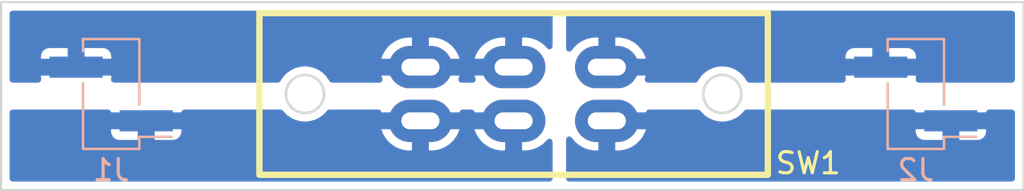
<source format=kicad_pcb>
(kicad_pcb (version 20210126) (generator pcbnew)
  (layers (0 "F.Cu" signal) (31 "B.Cu" signal) (34 "B.Paste" user) (35 "F.Paste" user) (36 "B.SilkS" user "B.Silkscreen") (37 "F.SilkS" user "F.Silkscreen") (38 "B.Mask" user) (39 "F.Mask" user) (44 "Edge.Cuts" user))
  (net 0 "")
  (net 1 "Net-(J1-Pad1)")
  (net 2 "Net-(J1-Pad2)")
  (net 3 "Net-(J2-Pad1)")
  (net 4 "Net-(J2-Pad2)")
  (footprint "dodo_conn:dual_sw" (layer "F.Cu") (at 115.6346 47.5252)
    (fp_text reference "SW1" (at 13.9054 3.2748 unlocked) (layer "F.SilkS"))
    (fp_text value "SW_DPDT_x2")
    (fp_rect (start -12 -3.825) (end 12 3.825) (layer "F.SilkS") (width 0.3) (fill none))
    (fp_circle (center -9.85 0) (end -8.95 0) (layer "Edge.Cuts") (width 0.12) (fill none))
    (fp_circle (center 9.85 0) (end 10.75 0) (layer "Edge.Cuts") (width 0.12) (fill none))
    (pad "1" thru_hole oval (at -4.4 -1.27) (size 3 2) (drill oval 1.8 0.8) (layers *.Cu *.Mask) (net 2 "Net-(J1-Pad2)"))
    (pad "2" thru_hole oval (at 0 -1.27) (size 3 2) (drill oval 1.8 0.8) (layers *.Cu *.Mask) (net 2 "Net-(J1-Pad2)"))
    (pad "3" thru_hole oval (at 4.4 -1.27) (size 3 2) (drill oval 1.8 0.8) (layers *.Cu *.Mask) (net 4 "Net-(J2-Pad2)"))
    (pad "4" thru_hole oval (at -4.4 1.27) (size 3 2) (drill oval 1.8 0.8) (layers *.Cu *.Mask) (net 1 "Net-(J1-Pad1)"))
    (pad "5" thru_hole oval (at 0 1.27) (size 3 2) (drill oval 1.8 0.8) (layers *.Cu *.Mask) (net 1 "Net-(J1-Pad1)"))
    (pad "6" thru_hole oval (at 4.4 1.27) (size 3 2) (drill oval 1.8 0.8) (layers *.Cu *.Mask) (net 3 "Net-(J2-Pad1)"))
  )
  (footprint "Connector_PinHeader_2.54mm:PinHeader_1x02_P2.54mm_Vertical_SMD_Pin1Right" (layer "B.Cu") (at 134.62 47.5252)
    (fp_text reference "J2" (at 0 3.6) (layer "B.SilkS") (effects (justify mirror)))
    (fp_text value "Conn_01x02")
    (fp_line (start 1.33 2.6) (end 1.33 2.03) (layer "B.SilkS") (width 0.12))
    (fp_line (start -1.33 -2.03) (end -1.33 -2.6) (layer "B.SilkS") (width 0.12))
    (fp_line (start 1.33 0.51) (end 1.33 -2.6) (layer "B.SilkS") (width 0.12))
    (fp_line (start -1.33 2.6) (end 1.33 2.6) (layer "B.SilkS") (width 0.12))
    (fp_line (start -1.33 2.6) (end -1.33 -0.51) (layer "B.SilkS") (width 0.12))
    (fp_line (start -1.33 -2.6) (end 1.33 -2.6) (layer "B.SilkS") (width 0.12))
    (fp_line (start 1.33 2.03) (end 2.85 2.03) (layer "B.SilkS") (width 0.12))
    (pad "1" smd rect (at 1.655 1.27) (size 2.51 1) (layers "B.Cu" "B.Paste" "B.Mask") (net 3 "Net-(J2-Pad1)"))
    (pad "2" smd rect (at -1.655 -1.27) (size 2.51 1) (layers "B.Cu" "B.Paste" "B.Mask") (net 4 "Net-(J2-Pad2)"))
  )
  (footprint "Connector_PinHeader_2.54mm:PinHeader_1x02_P2.54mm_Vertical_SMD_Pin1Right" (layer "B.Cu") (at 96.637819 47.5252)
    (fp_text reference "J1" (at 0 3.6) (layer "B.SilkS") (effects (justify mirror)))
    (fp_text value "Conn_01x02")
    (fp_line (start -1.33 2.6) (end -1.33 -0.51) (layer "B.SilkS") (width 0.12))
    (fp_line (start 1.33 0.51) (end 1.33 -2.6) (layer "B.SilkS") (width 0.12))
    (fp_line (start -1.33 2.6) (end 1.33 2.6) (layer "B.SilkS") (width 0.12))
    (fp_line (start 1.33 2.03) (end 2.85 2.03) (layer "B.SilkS") (width 0.12))
    (fp_line (start -1.33 -2.6) (end 1.33 -2.6) (layer "B.SilkS") (width 0.12))
    (fp_line (start -1.33 -2.03) (end -1.33 -2.6) (layer "B.SilkS") (width 0.12))
    (fp_line (start 1.33 2.6) (end 1.33 2.03) (layer "B.SilkS") (width 0.12))
    (pad "1" smd rect (at 1.655 1.27) (size 2.51 1) (layers "B.Cu" "B.Paste" "B.Mask") (net 1 "Net-(J1-Pad1)"))
    (pad "2" smd rect (at -1.655 -1.27) (size 2.51 1) (layers "B.Cu" "B.Paste" "B.Mask") (net 2 "Net-(J1-Pad2)"))
  )
  (gr_rect (start 91.44 43.18) (end 139.7 52.07) (layer "Edge.Cuts") (width 0.1) (fill none))
  (zone (net 1) (net_name "Net-(J1-Pad1)") (layer "B.Cu") (priority 1) (connect_pads (clearance 0.4)) (min_thickness 0.3) (fill yes (thermal_gap 0.4) (thermal_bridge_width 0.8))
    (polygon (pts (xy 117.475 52.07) (xy 91.44 52.07) (xy 91.44 48.26) (xy 117.475 48.26)))
  )
  (zone (net 4) (net_name "Net-(J2-Pad2)") (layer "B.Cu") (priority 1) (connect_pads (clearance 0.4)) (min_thickness 0.3) (fill yes (thermal_gap 0.4) (thermal_bridge_width 0.8))
    (polygon (pts (xy 139.7 46.99) (xy 118.11 46.99) (xy 118.11 43.18) (xy 139.7 43.18)))
  )
  (zone (net 2) (net_name "Net-(J1-Pad2)") (layer "B.Cu") (priority 3) (connect_pads (clearance 0.4)) (min_thickness 0.3) (fill yes (thermal_gap 0.4) (thermal_bridge_width 0.8))
    (polygon (pts (xy 117.475 46.99) (xy 91.44 46.99) (xy 91.44 43.18) (xy 117.475 43.18)))
  )
  (zone (net 3) (net_name "Net-(J2-Pad1)") (layer "B.Cu") (priority 2) (connect_pads (clearance 0.4)) (min_thickness 0.3) (fill yes (thermal_gap 0.4) (thermal_bridge_width 0.8))
    (polygon (pts (xy 139.7 52.07) (xy 118.11 52.07) (xy 118.11 48.26) (xy 139.7 48.26)))
  )
)
</source>
